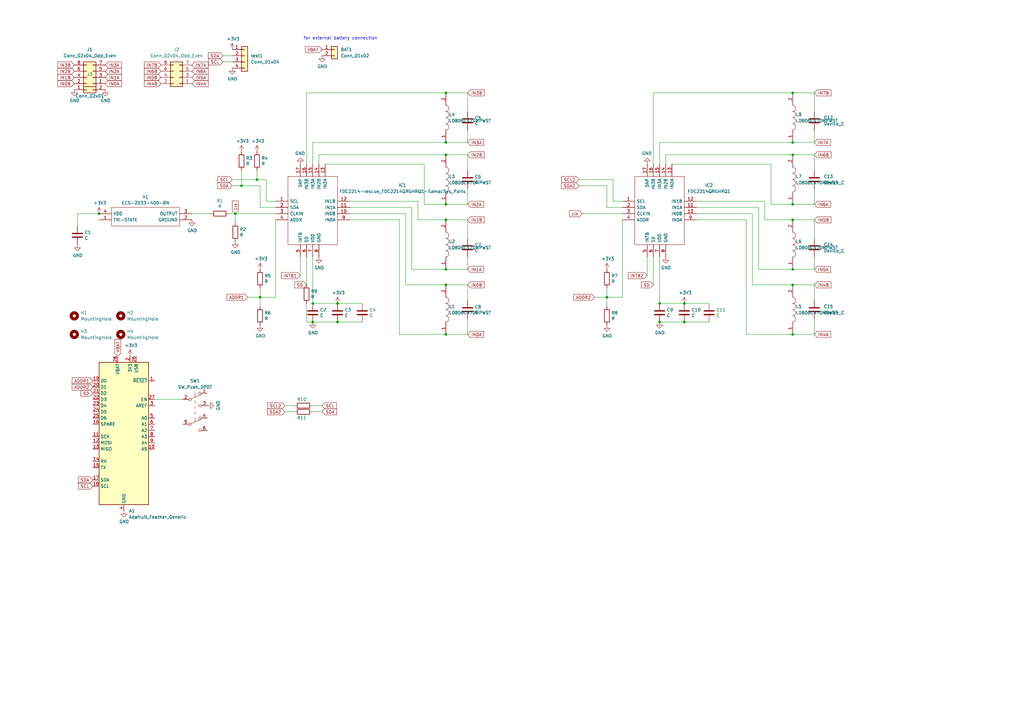
<source format=kicad_sch>
(kicad_sch (version 20211123) (generator eeschema)
  (paper "A3")
  (lib_symbols
    (symbol "Connector_Generic:Conn_01x02" (pin_names (offset 1.016) hide)
      (property "Reference" "J" (at 0 2.54 0))
      (property "Value" "Conn_01x02" (at 0 -5.08 0))
      (symbol "Conn_01x02_1_1"
        (rectangle (start -1.27 -2.413) (end 0 -2.667) (stroke (width 0.1524)))
        (rectangle (start -1.27 0.127) (end 0 -0.127) (stroke (width 0.1524)))
        (rectangle (start -1.27 1.27) (end 1.27 -3.81) (stroke (width 0.254)) (fill (type background)))
        (pin passive line (at -5.08 0 0) (length 3.81) (name "Pin_1") (number "1"))
        (pin passive line (at -5.08 -2.54 0) (length 3.81) (name "Pin_2") (number "2"))
      )
    )
    (symbol "Connector_Generic:Conn_01x04" (pin_names (offset 1.016) hide)
      (property "Reference" "J" (at 0 5.08 0))
      (property "Value" "Conn_01x04" (at 0 -7.62 0))
      (symbol "Conn_01x04_1_1"
        (rectangle (start -1.27 -4.953) (end 0 -5.207) (stroke (width 0.1524)))
        (rectangle (start -1.27 -2.413) (end 0 -2.667) (stroke (width 0.1524)))
        (rectangle (start -1.27 0.127) (end 0 -0.127) (stroke (width 0.1524)))
        (rectangle (start -1.27 2.667) (end 0 2.413) (stroke (width 0.1524)))
        (rectangle (start -1.27 3.81) (end 1.27 -6.35) (stroke (width 0.254)) (fill (type background)))
        (pin passive line (at -5.08 2.54 0) (length 3.81) (name "Pin_1") (number "1"))
        (pin passive line (at -5.08 0 0) (length 3.81) (name "Pin_2") (number "2"))
        (pin passive line (at -5.08 -2.54 0) (length 3.81) (name "Pin_3") (number "3"))
        (pin passive line (at -5.08 -5.08 0) (length 3.81) (name "Pin_4") (number "4"))
      )
    )
    (symbol "Connector_Generic:Conn_02x01" (pin_names (offset 1.016) hide)
      (property "Reference" "J" (at 1.27 2.54 0))
      (property "Value" "Conn_02x01" (at 1.27 -2.54 0))
      (symbol "Conn_02x01_1_1"
        (rectangle (start -1.27 0.127) (end 0 -0.127) (stroke (width 0.1524)))
        (rectangle (start -1.27 1.27) (end 3.81 -1.27) (stroke (width 0.254)) (fill (type background)))
        (rectangle (start 3.81 0.127) (end 2.54 -0.127) (stroke (width 0.1524)))
        (pin passive line (at -5.08 0 0) (length 3.81) (name "Pin_1") (number "1"))
        (pin passive line (at 7.62 0 180) (length 3.81) (name "Pin_2") (number "2"))
      )
    )
    (symbol "Connector_Generic:Conn_02x04_Odd_Even" (pin_names (offset 1.016) hide)
      (property "Reference" "J" (at 1.27 5.08 0))
      (property "Value" "Conn_02x04_Odd_Even" (at 1.27 -7.62 0))
      (symbol "Conn_02x04_Odd_Even_1_1"
        (rectangle (start -1.27 -4.953) (end 0 -5.207) (stroke (width 0.1524)))
        (rectangle (start -1.27 -2.413) (end 0 -2.667) (stroke (width 0.1524)))
        (rectangle (start -1.27 0.127) (end 0 -0.127) (stroke (width 0.1524)))
        (rectangle (start -1.27 2.667) (end 0 2.413) (stroke (width 0.1524)))
        (rectangle (start -1.27 3.81) (end 3.81 -6.35) (stroke (width 0.254)) (fill (type background)))
        (rectangle (start 3.81 -4.953) (end 2.54 -5.207) (stroke (width 0.1524)))
        (rectangle (start 3.81 -2.413) (end 2.54 -2.667) (stroke (width 0.1524)))
        (rectangle (start 3.81 0.127) (end 2.54 -0.127) (stroke (width 0.1524)))
        (rectangle (start 3.81 2.667) (end 2.54 2.413) (stroke (width 0.1524)))
        (pin passive line (at -5.08 2.54 0) (length 3.81) (name "Pin_1") (number "1"))
        (pin passive line (at 7.62 2.54 180) (length 3.81) (name "Pin_2") (number "2"))
        (pin passive line (at -5.08 0 0) (length 3.81) (name "Pin_3") (number "3"))
        (pin passive line (at 7.62 0 180) (length 3.81) (name "Pin_4") (number "4"))
        (pin passive line (at -5.08 -2.54 0) (length 3.81) (name "Pin_5") (number "5"))
        (pin passive line (at 7.62 -2.54 180) (length 3.81) (name "Pin_6") (number "6"))
        (pin passive line (at -5.08 -5.08 0) (length 3.81) (name "Pin_7") (number "7"))
        (pin passive line (at 7.62 -5.08 180) (length 3.81) (name "Pin_8") (number "8"))
      )
    )
    (symbol "Device:C" (pin_numbers hide) (pin_names (offset 0.254))
      (property "Reference" "C" (at 0.635 2.54 0))
      (property "Value" "C" (at 0.635 -2.54 0))
      (symbol "C_0_1"
        (polyline (pts (xy -2.032 -0.762) (xy 2.032 -0.762)) (stroke (width 0.508)))
        (polyline (pts (xy -2.032 0.762) (xy 2.032 0.762)) (stroke (width 0.508)))
      )
      (symbol "C_1_1"
        (pin passive line (at 0 3.81 270) (length 2.794) (name "~") (number "1"))
        (pin passive line (at 0 -3.81 90) (length 2.794) (name "~") (number "2"))
      )
    )
    (symbol "Device:R" (pin_numbers hide) (pin_names (offset 0))
      (property "Reference" "R" (at 2.032 0 90))
      (property "Value" "R" (at 0 0 90))
      (symbol "R_0_1"
        (rectangle (start -1.016 -2.54) (end 1.016 2.54) (stroke (width 0.254)))
      )
      (symbol "R_1_1"
        (pin passive line (at 0 3.81 270) (length 1.27) (name "~") (number "1"))
        (pin passive line (at 0 -3.81 90) (length 1.27) (name "~") (number "2"))
      )
    )
    (symbol "FDC2214:Device_C" (pin_numbers hide) (pin_names (offset 0.254))
      (property "Reference" "C" (at 0.635 2.54 0))
      (property "Value" "Device_C" (at 0.635 -2.54 0))
      (symbol "Device_C_0_1"
        (polyline (pts (xy -2.032 -0.762) (xy 2.032 -0.762)) (stroke (width 0.508)))
        (polyline (pts (xy -2.032 0.762) (xy 2.032 0.762)) (stroke (width 0.508)))
      )
      (symbol "Device_C_1_1"
        (pin passive line (at 0 3.81 270) (length 2.794) (name "~") (number "1"))
        (pin passive line (at 0 -3.81 90) (length 2.794) (name "~") (number "2"))
      )
    )
    (symbol "FDC2214:FDC2214-rescue_ECS-2033-400-BN-SamacSys_Parts" (pin_names (offset 0.762))
      (property "Reference" "Y" (at 34.29 7.62 0))
      (property "Value" "FDC2214-rescue_ECS-2033-400-BN-SamacSys_Parts" (at 34.29 5.08 0))
      (symbol "FDC2214-rescue_ECS-2033-400-BN-SamacSys_Parts_0_0"
        (pin passive line (at 0 -2.54 0) (length 5.08) (name "TRI-STATE") (number "1"))
        (pin passive line (at 38.1 -2.54 180) (length 5.08) (name "GROUND") (number "2"))
        (pin passive line (at 38.1 0 180) (length 5.08) (name "OUTPUT") (number "3"))
        (pin passive line (at 0 0 0) (length 5.08) (name "VDD") (number "4"))
      )
      (symbol "FDC2214-rescue_ECS-2033-400-BN-SamacSys_Parts_0_1"
        (polyline (pts (xy 5.08 2.54) (xy 33.02 2.54) (xy 33.02 -5.08) (xy 5.08 -5.08) (xy 5.08 2.54)) (stroke (width 0.1524)))
      )
    )
    (symbol "FDC2214:FDC2214-rescue_FDC2214QRGHRQ1-SamacSys_Parts" (pin_names (offset 0.762))
      (property "Reference" "IC" (at 26.67 15.24 0))
      (property "Value" "FDC2214-rescue_FDC2214QRGHRQ1-SamacSys_Parts" (at 26.67 12.7 0))
      (symbol "FDC2214-rescue_FDC2214QRGHRQ1-SamacSys_Parts_0_0"
        (pin passive line (at 0 0 0) (length 5.08) (name "SCL") (number "1"))
        (pin passive line (at 30.48 -5.08 180) (length 5.08) (name "IN0B") (number "10"))
        (pin passive line (at 30.48 -2.54 180) (length 5.08) (name "IN1A") (number "11"))
        (pin passive line (at 30.48 0 180) (length 5.08) (name "IN1B") (number "12"))
        (pin passive line (at 20.32 15.24 270) (length 5.08) (name "IN2A") (number "13"))
        (pin passive line (at 17.78 15.24 270) (length 5.08) (name "IN2B") (number "14"))
        (pin passive line (at 15.24 15.24 270) (length 5.08) (name "IN3A") (number "15"))
        (pin passive line (at 12.7 15.24 270) (length 5.08) (name "IN3B") (number "16"))
        (pin passive line (at 10.16 15.24 270) (length 5.08) (name "DAP") (number "17"))
        (pin passive line (at 0 -2.54 0) (length 5.08) (name "SDA") (number "2"))
        (pin passive line (at 0 -5.08 0) (length 5.08) (name "CLKIN") (number "3"))
        (pin passive line (at 0 -7.62 0) (length 5.08) (name "ADDR") (number "4"))
        (pin passive line (at 10.16 -22.86 90) (length 5.08) (name "INTB") (number "5"))
        (pin passive line (at 12.7 -22.86 90) (length 5.08) (name "SD") (number "6"))
        (pin passive line (at 15.24 -22.86 90) (length 5.08) (name "VDD") (number "7"))
        (pin passive line (at 17.78 -22.86 90) (length 5.08) (name "GND") (number "8"))
        (pin passive line (at 30.48 -7.62 180) (length 5.08) (name "IN0A") (number "9"))
      )
      (symbol "FDC2214-rescue_FDC2214QRGHRQ1-SamacSys_Parts_0_1"
        (polyline (pts (xy 5.08 10.16) (xy 25.4 10.16) (xy 25.4 -17.78) (xy 5.08 -17.78) (xy 5.08 10.16)) (stroke (width 0.1524)))
      )
    )
    (symbol "MCU_Module:Adafruit_Feather_Generic"
      (property "Reference" "A" (at -10.16 29.21 0))
      (property "Value" "Adafruit_Feather_Generic" (at 2.54 -31.75 0))
      (symbol "Adafruit_Feather_Generic_0_1"
        (rectangle (start -10.16 27.94) (end 10.16 -30.48) (stroke (width 0.254)) (fill (type background)))
      )
      (symbol "Adafruit_Feather_Generic_1_1"
        (pin input line (at 12.7 20.32 180) (length 2.54) (name "~{RESET}") (number "1"))
        (pin bidirectional line (at 12.7 -7.62 180) (length 2.54) (name "A5") (number "10"))
        (pin bidirectional line (at -12.7 -2.54 0) (length 2.54) (name "SCK") (number "11"))
        (pin bidirectional line (at -12.7 -5.08 0) (length 2.54) (name "MOSI") (number "12"))
        (pin bidirectional line (at -12.7 -7.62 0) (length 2.54) (name "MISO") (number "13"))
        (pin bidirectional line (at -12.7 -12.7 0) (length 2.54) (name "RX") (number "14"))
        (pin bidirectional line (at -12.7 -15.24 0) (length 2.54) (name "TX") (number "15"))
        (pin bidirectional line (at -12.7 2.54 0) (length 2.54) (name "SPARE") (number "16"))
        (pin bidirectional line (at -12.7 -20.32 0) (length 2.54) (name "SDA") (number "17"))
        (pin bidirectional line (at -12.7 -22.86 0) (length 2.54) (name "SCL") (number "18"))
        (pin bidirectional line (at -12.7 20.32 0) (length 2.54) (name "D0") (number "19"))
        (pin power_in line (at 2.54 30.48 270) (length 2.54) (name "3V3") (number "2"))
        (pin bidirectional line (at -12.7 17.78 0) (length 2.54) (name "D1") (number "20"))
        (pin bidirectional line (at -12.7 15.24 0) (length 2.54) (name "D2") (number "21"))
        (pin bidirectional line (at -12.7 12.7 0) (length 2.54) (name "D3") (number "22"))
        (pin bidirectional line (at -12.7 10.16 0) (length 2.54) (name "D4") (number "23"))
        (pin bidirectional line (at -12.7 7.62 0) (length 2.54) (name "D5") (number "24"))
        (pin bidirectional line (at -12.7 5.08 0) (length 2.54) (name "D6") (number "25"))
        (pin power_in line (at 5.08 30.48 270) (length 2.54) (name "USB") (number "26"))
        (pin input line (at 12.7 12.7 180) (length 2.54) (name "EN") (number "27"))
        (pin power_in line (at -2.54 30.48 270) (length 2.54) (name "VBAT") (number "28"))
        (pin input line (at 12.7 10.16 180) (length 2.54) (name "AREF") (number "3"))
        (pin power_in line (at 0 -33.02 90) (length 2.54) (name "GND") (number "4"))
        (pin bidirectional line (at 12.7 5.08 180) (length 2.54) (name "A0") (number "5"))
        (pin bidirectional line (at 12.7 2.54 180) (length 2.54) (name "A1") (number "6"))
        (pin bidirectional line (at 12.7 0 180) (length 2.54) (name "A2") (number "7"))
        (pin bidirectional line (at 12.7 -2.54 180) (length 2.54) (name "A3") (number "8"))
        (pin bidirectional line (at 12.7 -5.08 180) (length 2.54) (name "A4") (number "9"))
      )
    )
    (symbol "Mechanical:MountingHole" (pin_names (offset 1.016))
      (property "Reference" "H" (at 0 5.08 0))
      (property "Value" "MountingHole" (at 0 3.175 0))
      (symbol "MountingHole_0_1"
        (circle (center 0 0) (radius 1.27) (stroke (width 1.27)))
      )
    )
    (symbol "SamacSys:L0806C470MPWST" (pin_names (offset 0.762))
      (property "Reference" "L" (at 16.51 6.35 0))
      (property "Value" "L0806C470MPWST" (at 16.51 3.81 0))
      (symbol "L0806C470MPWST_0_0"
        (pin passive line (at 0 0 0) (length 5.08) (name "~") (number "1"))
        (pin passive line (at 20.32 0 180) (length 5.08) (name "~") (number "2"))
      )
      (symbol "L0806C470MPWST_0_1"
        (arc (start 5.08 0) (mid 6.35 -1.3218) (end 7.62 0) (stroke (width 0.1524)))
        (arc (start 7.62 0) (mid 8.89 -1.3218) (end 10.16 0) (stroke (width 0.1524)))
        (arc (start 10.16 0) (mid 11.43 -1.3218) (end 12.7 0) (stroke (width 0.1524)))
        (arc (start 12.7 0) (mid 13.97 -1.3218) (end 15.24 0) (stroke (width 0.1524)))
      )
    )
    (symbol "Switch:SW_Push_DPDT" (pin_names (offset 0) hide)
      (property "Reference" "SW" (at 0 8.89 0))
      (property "Value" "SW_Push_DPDT" (at 0 -10.16 0))
      (symbol "SW_Push_DPDT_0_0"
        (circle (center -2.032 -5.08) (radius 0.508))
        (circle (center -2.032 5.08) (radius 0.508))
        (circle (center 2.032 -7.62) (radius 0.508))
        (circle (center 2.032 2.54) (radius 0.508))
      )
      (symbol "SW_Push_DPDT_0_1"
        (polyline (pts (xy -1.524 -4.826) (xy 2.54 -3.048)))
        (polyline (pts (xy -1.524 5.334) (xy 2.54 7.112)))
        (polyline (pts (xy 0 -2.286) (xy 0 -4.064)))
        (polyline (pts (xy 0 -1.016) (xy 0 0)))
        (polyline (pts (xy 0 1.27) (xy 0 2.286)))
        (polyline (pts (xy 0 3.556) (xy 0 4.572)))
        (polyline (pts (xy 0 7.874) (xy 0 6.096)))
        (circle (center 2.032 -2.54) (radius 0.508))
        (circle (center 2.032 7.62) (radius 0.508))
      )
      (symbol "SW_Push_DPDT_1_1"
        (pin passive line (at 5.08 7.62 180) (length 2.54) (name "A") (number "1"))
        (pin passive line (at -5.08 5.08 0) (length 2.54) (name "B") (number "2"))
        (pin passive line (at 5.08 2.54 180) (length 2.54) (name "C") (number "3"))
        (pin passive line (at 5.08 -2.54 180) (length 2.54) (name "A") (number "4"))
        (pin passive line (at -5.08 -5.08 0) (length 2.54) (name "B") (number "5"))
        (pin passive line (at 5.08 -7.62 180) (length 2.54) (name "C") (number "6"))
      )
    )
    (symbol "power:+3.3V" (power) (pin_names (offset 0))
      (property "Value" "+3.3V" (at 0 3.556 0))
      (symbol "+3.3V_0_1"
        (polyline (pts (xy -0.762 1.27) (xy 0 2.54)))
        (polyline (pts (xy 0 0) (xy 0 2.54)))
        (polyline (pts (xy 0 2.54) (xy 0.762 1.27)))
      )
      (symbol "+3.3V_1_1"
        (pin power_in line (at 0 0 90) (length 0) hide (name "+3V3") (number "1"))
      )
    )
    (symbol "power:GND" (power) (pin_names (offset 0))
      (property "Value" "GND" (at 0 -3.81 0))
      (symbol "GND_0_1"
        (polyline (pts (xy 0 0) (xy 0 -1.27) (xy 1.27 -1.27) (xy 0 -2.54) (xy -1.27 -1.27) (xy 0 -1.27)))
      )
      (symbol "GND_1_1"
        (pin power_in line (at 0 0 270) (length 0) hide (name "GND") (number "1"))
      )
    )
  )
  (junction (at 106.68 121.92))
  (junction (at 270.51 132.08))
  (junction (at 99.06 76.2))
  (junction (at 325.12 90.17))
  (junction (at 182.88 63.5))
  (junction (at 182.88 110.49))
  (junction (at 128.27 124.46))
  (junction (at 325.12 63.5))
  (junction (at 138.43 124.46))
  (junction (at 325.12 137.16))
  (junction (at 325.12 116.84))
  (junction (at 280.67 124.46))
  (junction (at 182.88 116.84))
  (junction (at 128.27 132.08))
  (junction (at 40.64 87.63))
  (junction (at 105.41 73.66))
  (junction (at 182.88 38.1))
  (junction (at 138.43 132.08))
  (junction (at 182.88 90.17))
  (junction (at 270.51 124.46))
  (junction (at 182.88 58.42))
  (junction (at 325.12 83.82))
  (junction (at 96.52 87.63))
  (junction (at 280.67 132.08))
  (junction (at 325.12 38.1))
  (junction (at 182.88 137.16))
  (junction (at 325.12 58.42))
  (junction (at 325.12 110.49))
  (junction (at 248.92 121.92))
  (junction (at 182.88 83.82))
  (wire (pts (xy 334.01 110.49) (xy 334.01 105.41)))
  (wire (pts (xy 255.27 90.17) (xy 255.27 121.92)))
  (wire (pts (xy 125.73 105.41) (xy 125.73 116.84)))
  (wire (pts (xy 275.59 67.31) (xy 316.23 67.31)))
  (wire (pts (xy 182.88 116.84) (xy 191.77 116.84)))
  (wire (pts (xy 334.01 83.82) (xy 334.01 77.47)))
  (wire (pts (xy 325.12 58.42) (xy 334.01 58.42)))
  (wire (pts (xy 316.23 83.82) (xy 325.12 83.82)))
  (wire (pts (xy 166.37 87.63) (xy 166.37 116.84)))
  (wire (pts (xy 113.03 90.17) (xy 113.03 121.92)))
  (wire (pts (xy 191.77 63.5) (xy 191.77 69.85)))
  (wire (pts (xy 273.05 67.31) (xy 273.05 63.5)))
  (wire (pts (xy 248.92 118.11) (xy 248.92 121.92)))
  (wire (pts (xy 270.51 58.42) (xy 325.12 58.42)))
  (wire (pts (xy 285.75 85.09) (xy 311.15 85.09)))
  (wire (pts (xy 109.22 73.66) (xy 105.41 73.66)))
  (wire (pts (xy 171.45 90.17) (xy 182.88 90.17)))
  (wire (pts (xy 123.19 105.41) (xy 123.19 113.03)))
  (wire (pts (xy 325.12 63.5) (xy 334.01 63.5)))
  (wire (pts (xy 334.01 137.16) (xy 334.01 130.81)))
  (wire (pts (xy 163.83 137.16) (xy 182.88 137.16)))
  (wire (pts (xy 306.07 137.16) (xy 325.12 137.16)))
  (wire (pts (xy 255.27 121.92) (xy 248.92 121.92)))
  (wire (pts (xy 285.75 90.17) (xy 306.07 90.17)))
  (wire (pts (xy 182.88 90.17) (xy 191.77 90.17)))
  (wire (pts (xy 106.68 125.73) (xy 106.68 121.92)))
  (wire (pts (xy 308.61 87.63) (xy 308.61 116.84)))
  (wire (pts (xy 143.51 87.63) (xy 166.37 87.63)))
  (wire (pts (xy 105.41 69.85) (xy 105.41 73.66)))
  (wire (pts (xy 128.27 58.42) (xy 182.88 58.42)))
  (wire (pts (xy 171.45 82.55) (xy 171.45 90.17)))
  (wire (pts (xy 191.77 58.42) (xy 191.77 53.34)))
  (wire (pts (xy 182.88 110.49) (xy 191.77 110.49)))
  (wire (pts (xy 267.97 38.1) (xy 325.12 38.1)))
  (wire (pts (xy 173.99 67.31) (xy 173.99 83.82)))
  (wire (pts (xy 113.03 85.09) (xy 106.68 85.09)))
  (wire (pts (xy 182.88 58.42) (xy 191.77 58.42)))
  (wire (pts (xy 133.35 67.31) (xy 173.99 67.31)))
  (wire (pts (xy 113.03 82.55) (xy 109.22 82.55)))
  (wire (pts (xy 334.01 58.42) (xy 334.01 53.34)))
  (wire (pts (xy 31.75 92.71) (xy 31.75 87.63)))
  (wire (pts (xy 191.77 116.84) (xy 191.77 123.19)))
  (wire (pts (xy 280.67 132.08) (xy 290.83 132.08)))
  (wire (pts (xy 99.06 76.2) (xy 95.25 76.2)))
  (wire (pts (xy 290.83 124.46) (xy 280.67 124.46)))
  (wire (pts (xy 334.01 116.84) (xy 334.01 123.19)))
  (wire (pts (xy 251.46 82.55) (xy 251.46 73.66)))
  (wire (pts (xy 313.69 82.55) (xy 313.69 90.17)))
  (wire (pts (xy 105.41 73.66) (xy 95.25 73.66)))
  (wire (pts (xy 238.76 87.63) (xy 255.27 87.63)))
  (wire (pts (xy 248.92 85.09) (xy 248.92 76.2)))
  (wire (pts (xy 86.36 87.63) (xy 78.74 87.63)))
  (wire (pts (xy 267.97 67.31) (xy 267.97 38.1)))
  (wire (pts (xy 168.91 110.49) (xy 182.88 110.49)))
  (wire (pts (xy 255.27 82.55) (xy 251.46 82.55)))
  (wire (pts (xy 168.91 85.09) (xy 168.91 110.49)))
  (wire (pts (xy 128.27 67.31) (xy 128.27 58.42)))
  (wire (pts (xy 96.52 91.44) (xy 96.52 87.63)))
  (wire (pts (xy 311.15 110.49) (xy 325.12 110.49)))
  (wire (pts (xy 93.98 87.63) (xy 96.52 87.63)))
  (wire (pts (xy 113.03 121.92) (xy 106.68 121.92)))
  (wire (pts (xy 96.52 87.63) (xy 113.03 87.63)))
  (wire (pts (xy 306.07 90.17) (xy 306.07 137.16)))
  (wire (pts (xy 273.05 63.5) (xy 325.12 63.5)))
  (wire (pts (xy 182.88 63.5) (xy 191.77 63.5)))
  (wire (pts (xy 270.51 67.31) (xy 270.51 58.42)))
  (wire (pts (xy 325.12 83.82) (xy 334.01 83.82)))
  (wire (pts (xy 99.06 69.85) (xy 99.06 76.2)))
  (wire (pts (xy 130.81 67.31) (xy 130.81 63.5)))
  (wire (pts (xy 130.81 63.5) (xy 182.88 63.5)))
  (wire (pts (xy 173.99 83.82) (xy 182.88 83.82)))
  (wire (pts (xy 191.77 38.1) (xy 191.77 45.72)))
  (wire (pts (xy 166.37 116.84) (xy 182.88 116.84)))
  (wire (pts (xy 143.51 82.55) (xy 171.45 82.55)))
  (wire (pts (xy 270.51 105.41) (xy 270.51 124.46)))
  (wire (pts (xy 128.27 105.41) (xy 128.27 124.46)))
  (wire (pts (xy 143.51 90.17) (xy 163.83 90.17)))
  (wire (pts (xy 325.12 90.17) (xy 334.01 90.17)))
  (wire (pts (xy 125.73 124.46) (xy 125.73 132.08)))
  (wire (pts (xy 106.68 76.2) (xy 99.06 76.2)))
  (wire (pts (xy 191.77 83.82) (xy 191.77 77.47)))
  (wire (pts (xy 143.51 85.09) (xy 168.91 85.09)))
  (wire (pts (xy 334.01 97.79) (xy 334.01 90.17)))
  (wire (pts (xy 125.73 67.31) (xy 125.73 38.1)))
  (wire (pts (xy 308.61 116.84) (xy 325.12 116.84)))
  (wire (pts (xy 63.5 163.83) (xy 74.93 163.83)))
  (wire (pts (xy 191.77 110.49) (xy 191.77 105.41)))
  (wire (pts (xy 106.68 121.92) (xy 101.6 121.92)))
  (wire (pts (xy 325.12 110.49) (xy 334.01 110.49)))
  (wire (pts (xy 265.43 105.41) (xy 265.43 113.03)))
  (wire (pts (xy 191.77 137.16) (xy 191.77 130.81)))
  (wire (pts (xy 255.27 85.09) (xy 248.92 85.09)))
  (wire (pts (xy 285.75 82.55) (xy 313.69 82.55)))
  (wire (pts (xy 125.73 38.1) (xy 182.88 38.1)))
  (wire (pts (xy 95.25 25.4) (xy 91.44 25.4)))
  (wire (pts (xy 248.92 125.73) (xy 248.92 121.92)))
  (wire (pts (xy 325.12 38.1) (xy 334.01 38.1)))
  (wire (pts (xy 106.68 85.09) (xy 106.68 76.2)))
  (wire (pts (xy 182.88 83.82) (xy 191.77 83.82)))
  (wire (pts (xy 109.22 82.55) (xy 109.22 73.66)))
  (wire (pts (xy 334.01 38.1) (xy 334.01 45.72)))
  (wire (pts (xy 125.73 132.08) (xy 128.27 132.08)))
  (wire (pts (xy 248.92 121.92) (xy 243.84 121.92)))
  (wire (pts (xy 138.43 132.08) (xy 148.59 132.08)))
  (wire (pts (xy 313.69 90.17) (xy 325.12 90.17)))
  (wire (pts (xy 148.59 124.46) (xy 138.43 124.46)))
  (wire (pts (xy 270.51 132.08) (xy 280.67 132.08)))
  (wire (pts (xy 116.84 168.91) (xy 120.65 168.91)))
  (wire (pts (xy 311.15 85.09) (xy 311.15 110.49)))
  (wire (pts (xy 138.43 124.46) (xy 128.27 124.46)))
  (wire (pts (xy 182.88 38.1) (xy 191.77 38.1)))
  (wire (pts (xy 182.88 137.16) (xy 191.77 137.16)))
  (wire (pts (xy 325.12 116.84) (xy 334.01 116.84)))
  (wire (pts (xy 128.27 168.91) (xy 132.08 168.91)))
  (wire (pts (xy 128.27 132.08) (xy 138.43 132.08)))
  (wire (pts (xy 106.68 118.11) (xy 106.68 121.92)))
  (wire (pts (xy 237.49 73.66) (xy 251.46 73.66)))
  (wire (pts (xy 95.25 22.86) (xy 91.44 22.86)))
  (wire (pts (xy 325.12 137.16) (xy 334.01 137.16)))
  (wire (pts (xy 116.84 166.37) (xy 120.65 166.37)))
  (wire (pts (xy 267.97 105.41) (xy 267.97 116.84)))
  (wire (pts (xy 163.83 90.17) (xy 163.83 137.16)))
  (wire (pts (xy 280.67 124.46) (xy 270.51 124.46)))
  (wire (pts (xy 31.75 87.63) (xy 40.64 87.63)))
  (wire (pts (xy 128.27 166.37) (xy 132.08 166.37)))
  (wire (pts (xy 191.77 97.79) (xy 191.77 90.17)))
  (wire (pts (xy 285.75 87.63) (xy 308.61 87.63)))
  (wire (pts (xy 316.23 67.31) (xy 316.23 83.82)))
  (wire (pts (xy 237.49 76.2) (xy 248.92 76.2)))
  (wire (pts (xy 334.01 63.5) (xy 334.01 69.85)))
  (text "for external battery connection" (at 124.46 16.51 0) (effects (font (size 1.27 1.27)) (justify left bottom)))
  (global_label "SDA" (shape input) (at 132.08 168.91 0) (property "Intersheet References" "${INTERSHEET_REFS}" (effects hide)))
  (global_label "clk" (shape input) (at 238.76 87.63 180) (property "Intersheet References" "${INTERSHEET_REFS}" (effects hide)))
  (global_label "IN1B" (shape input) (at 191.77 90.17 0) (property "Intersheet References" "${INTERSHEET_REFS}" (effects hide)))
  (global_label "INTB1" (shape input) (at 123.19 113.03 180) (property "Intersheet References" "${INTERSHEET_REFS}" (effects hide)))
  (global_label "SD" (shape input) (at 267.97 116.84 180) (property "Intersheet References" "${INTERSHEET_REFS}" (effects hide)))
  (global_label "IN6A" (shape input) (at 78.74 29.21 0) (property "Intersheet References" "${INTERSHEET_REFS}" (effects hide)))
  (global_label "SDA2" (shape input) (at 116.84 168.91 180) (property "Intersheet References" "${INTERSHEET_REFS}" (effects hide)))
  (global_label "IN2B" (shape input) (at 191.77 63.5 0) (property "Intersheet References" "${INTERSHEET_REFS}" (effects hide)))
  (global_label "IN3B" (shape input) (at 191.77 38.1 0) (property "Intersheet References" "${INTERSHEET_REFS}" (effects hide)))
  (global_label "IN3B" (shape input) (at 30.48 26.67 180) (property "Intersheet References" "${INTERSHEET_REFS}" (effects hide)))
  (global_label "IN5A" (shape input) (at 78.74 31.75 0) (property "Intersheet References" "${INTERSHEET_REFS}" (effects hide)))
  (global_label "IN4B" (shape input) (at 66.04 34.29 180) (property "Intersheet References" "${INTERSHEET_REFS}" (effects hide)))
  (global_label "IN7B" (shape input) (at 334.01 38.1 0) (property "Intersheet References" "${INTERSHEET_REFS}" (effects hide)))
  (global_label "IN4B" (shape input) (at 334.01 116.84 0) (property "Intersheet References" "${INTERSHEET_REFS}" (effects hide)))
  (global_label "ADDR1" (shape input) (at 38.1 156.21 180) (property "Intersheet References" "${INTERSHEET_REFS}" (effects hide)))
  (global_label "IN7B" (shape input) (at 66.04 26.67 180) (property "Intersheet References" "${INTERSHEET_REFS}" (effects hide)))
  (global_label "SDA" (shape input) (at 91.44 22.86 180) (property "Intersheet References" "${INTERSHEET_REFS}" (effects hide)))
  (global_label "IN0A" (shape input) (at 43.18 34.29 0) (property "Intersheet References" "${INTERSHEET_REFS}" (effects hide)))
  (global_label "IN3A" (shape input) (at 43.18 26.67 0) (property "Intersheet References" "${INTERSHEET_REFS}" (effects hide)))
  (global_label "IN2A" (shape input) (at 43.18 29.21 0) (property "Intersheet References" "${INTERSHEET_REFS}" (effects hide)))
  (global_label "SCL" (shape input) (at 95.25 73.66 180) (property "Intersheet References" "${INTERSHEET_REFS}" (effects hide)))
  (global_label "SCL2" (shape input) (at 237.49 73.66 180) (property "Intersheet References" "${INTERSHEET_REFS}" (effects hide)))
  (global_label "ADDR2" (shape input) (at 38.1 158.75 180) (property "Intersheet References" "${INTERSHEET_REFS}" (effects hide)))
  (global_label "IN3A" (shape input) (at 191.77 58.42 0) (property "Intersheet References" "${INTERSHEET_REFS}" (effects hide)))
  (global_label "clk" (shape input) (at 96.52 87.63 90) (property "Intersheet References" "${INTERSHEET_REFS}" (effects hide)))
  (global_label "SD" (shape input) (at 125.73 116.84 180) (property "Intersheet References" "${INTERSHEET_REFS}" (effects hide)))
  (global_label "ADDR1" (shape input) (at 101.6 121.92 180) (property "Intersheet References" "${INTERSHEET_REFS}" (effects hide)))
  (global_label "IN5A" (shape input) (at 334.01 110.49 0) (property "Intersheet References" "${INTERSHEET_REFS}" (effects hide)))
  (global_label "IN4A" (shape input) (at 334.01 137.16 0) (property "Intersheet References" "${INTERSHEET_REFS}" (effects hide)))
  (global_label "IN0A" (shape input) (at 191.77 137.16 0) (property "Intersheet References" "${INTERSHEET_REFS}" (effects hide)))
  (global_label "SDA" (shape input) (at 38.1 196.85 180) (property "Intersheet References" "${INTERSHEET_REFS}" (effects hide)))
  (global_label "SDA" (shape input) (at 95.25 76.2 180) (property "Intersheet References" "${INTERSHEET_REFS}" (effects hide)))
  (global_label "SCL" (shape input) (at 91.44 25.4 180) (property "Intersheet References" "${INTERSHEET_REFS}" (effects hide)))
  (global_label "IN1A" (shape input) (at 43.18 31.75 0) (property "Intersheet References" "${INTERSHEET_REFS}" (effects hide)))
  (global_label "SDA2" (shape input) (at 237.49 76.2 180) (property "Intersheet References" "${INTERSHEET_REFS}" (effects hide)))
  (global_label "SD" (shape input) (at 38.1 161.29 180) (property "Intersheet References" "${INTERSHEET_REFS}" (effects hide)))
  (global_label "IN6B" (shape input) (at 66.04 29.21 180) (property "Intersheet References" "${INTERSHEET_REFS}" (effects hide)))
  (global_label "IN7A" (shape input) (at 78.74 26.67 0) (property "Intersheet References" "${INTERSHEET_REFS}" (effects hide)))
  (global_label "IN1A" (shape input) (at 191.77 110.49 0) (property "Intersheet References" "${INTERSHEET_REFS}" (effects hide)))
  (global_label "SCL2" (shape input) (at 116.84 166.37 180) (property "Intersheet References" "${INTERSHEET_REFS}" (effects hide)))
  (global_label "VBAT" (shape input) (at 48.26 146.05 90) (property "Intersheet References" "${INTERSHEET_REFS}" (effects hide)))
  (global_label "SCL" (shape input) (at 38.1 199.39 180) (property "Intersheet References" "${INTERSHEET_REFS}" (effects hide)))
  (global_label "IN5B" (shape input) (at 334.01 90.17 0) (property "Intersheet References" "${INTERSHEET_REFS}" (effects hide)))
  (global_label "IN6A" (shape input) (at 334.01 83.82 0) (property "Intersheet References" "${INTERSHEET_REFS}" (effects hide)))
  (global_label "IN7A" (shape input) (at 334.01 58.42 0) (property "Intersheet References" "${INTERSHEET_REFS}" (effects hide)))
  (global_label "IN2B" (shape input) (at 30.48 29.21 180) (property "Intersheet References" "${INTERSHEET_REFS}" (effects hide)))
  (global_label "IN0B" (shape input) (at 30.48 34.29 180) (property "Intersheet References" "${INTERSHEET_REFS}" (effects hide)))
  (global_label "IN4A" (shape input) (at 78.74 34.29 0) (property "Intersheet References" "${INTERSHEET_REFS}" (effects hide)))
  (global_label "IN2A" (shape input) (at 191.77 83.82 0) (property "Intersheet References" "${INTERSHEET_REFS}" (effects hide)))
  (global_label "IN0B" (shape input) (at 191.77 116.84 0) (property "Intersheet References" "${INTERSHEET_REFS}" (effects hide)))
  (global_label "IN6B" (shape input) (at 334.01 63.5 0) (property "Intersheet References" "${INTERSHEET_REFS}" (effects hide)))
  (global_label "IN1B" (shape input) (at 30.48 31.75 180) (property "Intersheet References" "${INTERSHEET_REFS}" (effects hide)))
  (global_label "VBAT" (shape input) (at 132.08 20.32 180) (property "Intersheet References" "${INTERSHEET_REFS}" (effects hide)))
  (global_label "SCL" (shape input) (at 132.08 166.37 0) (property "Intersheet References" "${INTERSHEET_REFS}" (effects hide)))
  (global_label "ADDR2" (shape input) (at 243.84 121.92 180) (property "Intersheet References" "${INTERSHEET_REFS}" (effects hide)))
  (global_label "INTB2" (shape input) (at 265.43 113.03 180) (property "Intersheet References" "${INTERSHEET_REFS}" (effects hide)))
  (global_label "IN5B" (shape input) (at 66.04 31.75 180) (property "Intersheet References" "${INTERSHEET_REFS}" (effects hide)))
  (symbol (lib_id "FDC2214:FDC2214-rescue_ECS-2033-400-BN-SamacSys_Parts") (at 40.64 87.63 0) (unit 1)
    (property "Reference" "Y1" (at 59.69 80.899 0))
    (property "Value" "ECS-2033-400-BN" (at 59.69 83.2104 0))
    (property "Footprint" "ECS2033400BN" (effects hide))
    (property "Datasheet" "http://www.ecsxtal.com/store/pdf/ecs-2025-2033.pdf" (effects hide))
    (property "Description" "OSC XO 40.000MHZ HCMOS SMD" (effects hide))
    (property "Height" "1" (effects hide))
    (property "Mouser Part Number" "520-2033-400-BN" (effects hide))
    (property "Mouser Price/Stock" "https://www.mouser.co.uk/ProductDetail/ECS/ECS-2033-400-BN?qs=94V4QatVK%252BeDb45AbA6EJA%3D%3D" (effects hide))
    (property "Manufacturer_Name" "ECS" (effects hide))
    (property "Manufacturer_Part_Number" "ECS-2033-400-BN" (effects hide))
  )
  (symbol (lib_id "Device:C") (at 31.75 96.52 0) (unit 1)
    (property "Reference" "C1" (at 34.671 95.3516 0) (effects (justify left)))
    (property "Value" "C" (at 34.671 97.663 0) (effects (justify left)))
    (property "Footprint" "Capacitor_SMD:C_0603_1608Metric" (effects hide))
  )
  (symbol (lib_id "power:+3.3V") (at 40.64 87.63 0) (unit 1)
    (property "Reference" "#PWR0106" (effects hide))
    (property "Value" "+3.3V" (at 41.021 83.2358 0))
  )
  (symbol (lib_id "power:GND") (at 78.74 90.17 0) (unit 1)
    (property "Reference" "#PWR0116" (effects hide))
    (property "Value" "GND" (at 78.867 94.5642 0))
  )
  (symbol (lib_id "power:GND") (at 31.75 100.33 0) (unit 1)
    (property "Reference" "#PWR0115" (effects hide))
    (property "Value" "GND" (at 31.877 104.7242 0))
  )
  (symbol (lib_id "Device:R") (at 96.52 95.25 0) (unit 1)
    (property "Reference" "R2" (at 98.298 94.0816 0) (effects (justify left)))
    (property "Value" "R" (at 98.298 96.393 0) (effects (justify left)))
    (property "Footprint" "Resistor_SMD:R_0603_1608Metric_Pad0.98x0.95mm_HandSolder" (effects hide))
  )
  (symbol (lib_id "Device:R") (at 90.17 87.63 90) (unit 1)
    (property "Reference" "R1" (at 90.17 82.3722 90))
    (property "Value" "R" (at 90.17 84.6836 90))
    (property "Footprint" "Resistor_SMD:R_0603_1608Metric_Pad0.98x0.95mm_HandSolder" (effects hide))
  )
  (symbol (lib_id "power:GND") (at 96.52 99.06 0) (unit 1)
    (property "Reference" "#PWR0114" (effects hide))
    (property "Value" "GND" (at 96.647 103.4542 0))
  )
  (symbol (lib_id "Device:R") (at 106.68 114.3 0) (unit 1)
    (property "Reference" "R5" (at 108.458 113.1316 0) (effects (justify left)))
    (property "Value" "R" (at 108.458 115.443 0) (effects (justify left)))
    (property "Footprint" "Resistor_SMD:R_0603_1608Metric_Pad0.98x0.95mm_HandSolder" (effects hide))
  )
  (symbol (lib_id "Device:R") (at 106.68 129.54 0) (unit 1)
    (property "Reference" "R6" (at 108.458 128.3716 0) (effects (justify left)))
    (property "Value" "R" (at 108.458 130.683 0) (effects (justify left)))
    (property "Footprint" "Resistor_SMD:R_0603_1608Metric_Pad0.98x0.95mm_HandSolder" (effects hide))
  )
  (symbol (lib_id "power:GND") (at 106.68 133.35 0) (unit 1)
    (property "Reference" "#PWR0110" (effects hide))
    (property "Value" "GND" (at 106.807 137.7442 0))
  )
  (symbol (lib_id "power:+3.3V") (at 106.68 110.49 0) (unit 1)
    (property "Reference" "#PWR0111" (effects hide))
    (property "Value" "+3.3V" (at 107.061 106.0958 0))
  )
  (symbol (lib_id "Device:R") (at 99.06 66.04 0) (unit 1)
    (property "Reference" "R3" (at 100.838 64.8716 0) (effects (justify left)))
    (property "Value" "R" (at 100.838 67.183 0) (effects (justify left)))
    (property "Footprint" "Resistor_SMD:R_0603_1608Metric_Pad0.98x0.95mm_HandSolder" (effects hide))
  )
  (symbol (lib_id "Device:R") (at 105.41 66.04 0) (unit 1)
    (property "Reference" "R4" (at 107.188 64.8716 0) (effects (justify left)))
    (property "Value" "R" (at 107.188 67.183 0) (effects (justify left)))
    (property "Footprint" "Resistor_SMD:R_0603_1608Metric_Pad0.98x0.95mm_HandSolder" (effects hide))
  )
  (symbol (lib_id "power:+3.3V") (at 99.06 62.23 0) (unit 1)
    (property "Reference" "#PWR0108" (effects hide))
    (property "Value" "+3.3V" (at 99.441 57.8358 0))
  )
  (symbol (lib_id "power:+3.3V") (at 105.41 62.23 0) (unit 1)
    (property "Reference" "#PWR0107" (effects hide))
    (property "Value" "+3.3V" (at 105.791 57.8358 0))
  )
  (symbol (lib_id "power:GND") (at 130.81 105.41 0) (unit 1)
    (property "Reference" "#PWR0117" (effects hide))
    (property "Value" "GND" (at 130.937 109.8042 0))
  )
  (symbol (lib_id "Device:C") (at 128.27 128.27 0) (unit 1)
    (property "Reference" "C2" (at 131.191 127.1016 0) (effects (justify left)))
    (property "Value" "C" (at 131.191 129.413 0) (effects (justify left)))
    (property "Footprint" "Capacitor_SMD:C_0603_1608Metric" (effects hide))
  )
  (symbol (lib_id "Device:C") (at 138.43 128.27 0) (unit 1)
    (property "Reference" "C3" (at 141.351 127.1016 0) (effects (justify left)))
    (property "Value" "C" (at 141.351 129.413 0) (effects (justify left)))
    (property "Footprint" "Capacitor_SMD:C_0603_1608Metric" (effects hide))
  )
  (symbol (lib_id "Device:C") (at 148.59 128.27 0) (unit 1)
    (property "Reference" "C4" (at 151.511 127.1016 0) (effects (justify left)))
    (property "Value" "C" (at 151.511 129.413 0) (effects (justify left)))
    (property "Footprint" "Capacitor_SMD:C_0603_1608Metric" (effects hide))
  )
  (symbol (lib_id "power:GND") (at 128.27 132.08 0) (unit 1)
    (property "Reference" "#PWR0118" (effects hide))
    (property "Value" "GND" (at 128.397 136.4742 0))
  )
  (symbol (lib_id "power:GND") (at 123.19 67.31 180) (unit 1)
    (property "Reference" "#PWR0101" (effects hide))
    (property "Value" "GND" (at 123.063 62.9158 0))
  )
  (symbol (lib_id "Device:C") (at 191.77 49.53 0) (unit 1)
    (property "Reference" "C5" (at 194.691 48.3616 0) (effects (justify left)))
    (property "Value" "C" (at 194.691 50.673 0) (effects (justify left)))
    (property "Footprint" "Capacitor_SMD:C_0603_1608Metric" (effects hide))
  )
  (symbol (lib_id "Device:C") (at 191.77 73.66 0) (unit 1)
    (property "Reference" "C6" (at 194.691 72.4916 0) (effects (justify left)))
    (property "Value" "C" (at 194.691 74.803 0) (effects (justify left)))
    (property "Footprint" "Capacitor_SMD:C_0603_1608Metric" (effects hide))
  )
  (symbol (lib_id "Device:C") (at 191.77 101.6 0) (unit 1)
    (property "Reference" "C7" (at 194.691 100.4316 0) (effects (justify left)))
    (property "Value" "C" (at 194.691 102.743 0) (effects (justify left)))
    (property "Footprint" "Capacitor_SMD:C_0603_1608Metric" (effects hide))
  )
  (symbol (lib_id "Device:C") (at 191.77 127 0) (unit 1)
    (property "Reference" "C8" (at 194.691 125.8316 0) (effects (justify left)))
    (property "Value" "C" (at 194.691 128.143 0) (effects (justify left)))
    (property "Footprint" "Capacitor_SMD:C_0603_1608Metric" (effects hide))
  )
  (symbol (lib_id "power:GND") (at 50.8 209.55 0) (unit 1)
    (property "Reference" "#PWR0113" (effects hide))
    (property "Value" "GND" (at 50.927 213.9442 0))
  )
  (symbol (lib_id "power:+3.3V") (at 53.34 146.05 0) (unit 1)
    (property "Reference" "#PWR0112" (effects hide))
    (property "Value" "+3.3V" (at 53.721 141.6558 0))
  )
  (symbol (lib_id "power:GND") (at 95.25 27.94 0) (unit 1)
    (property "Reference" "#PWR0120" (effects hide))
    (property "Value" "GND" (at 95.377 32.3342 0))
  )
  (symbol (lib_id "Mechanical:MountingHole") (at 30.48 137.16 0) (unit 1)
    (property "Reference" "H3" (at 33.02 135.8899 0) (effects (justify left)))
    (property "Value" "MountingHole" (at 33.02 138.4299 0) (effects (justify left)))
    (property "Footprint" "MountingHole:MountingHole_2.7mm_M2.5" (effects hide))
  )
  (symbol (lib_id "Device:R") (at 124.46 168.91 90) (unit 1)
    (property "Reference" "R11" (at 125.73 171.45 90) (effects (justify left)))
    (property "Value" "R" (effects hide))
    (property "Footprint" "Resistor_SMD:R_0603_1608Metric_Pad0.98x0.95mm_HandSolder" (effects hide))
  )
  (symbol (lib_id "power:GND") (at 273.05 105.41 0) (unit 1)
    (property "Reference" "#PWR0102" (effects hide))
    (property "Value" "GND" (at 273.177 109.8042 0))
  )
  (symbol (lib_id "power:+3.3V") (at 95.25 20.32 0) (unit 1)
    (property "Reference" "#PWR0121" (effects hide))
    (property "Value" "+3.3V" (at 95.631 15.9258 0))
  )
  (symbol (lib_id "Device:R") (at 248.92 129.54 0) (unit 1)
    (property "Reference" "R8" (at 250.698 128.3716 0) (effects (justify left)))
    (property "Value" "R" (at 250.698 130.683 0) (effects (justify left)))
    (property "Footprint" "Resistor_SMD:R_0603_1608Metric_Pad0.98x0.95mm_HandSolder" (effects hide))
  )
  (symbol (lib_id "Connector_Generic:Conn_01x02") (at 137.16 20.32 0) (unit 1)
    (property "Reference" "BAT1" (at 139.7 20.3199 0) (effects (justify left)))
    (property "Value" "Conn_01x02" (at 139.7 22.8599 0) (effects (justify left)))
    (property "Footprint" "Connector_PinHeader_2.54mm:PinHeader_1x02_P2.54mm_Vertical" (effects hide))
  )
  (symbol (lib_id "power:+3.3V") (at 280.67 124.46 0) (unit 1)
    (property "Reference" "#PWR0125" (effects hide))
    (property "Value" "+3.3V" (at 281.051 120.0658 0))
  )
  (symbol (lib_id "Mechanical:MountingHole") (at 49.53 129.54 0) (unit 1)
    (property "Reference" "H2" (at 52.07 128.2699 0) (effects (justify left)))
    (property "Value" "MountingHole" (at 52.07 130.8099 0) (effects (justify left)))
    (property "Footprint" "MountingHole:MountingHole_2.7mm_M2.5" (effects hide))
  )
  (symbol (lib_id "power:+3.3V") (at 248.92 110.49 0) (unit 1)
    (property "Reference" "#PWR0104" (effects hide))
    (property "Value" "+3.3V" (at 249.301 106.0958 0))
  )
  (symbol (lib_id "FDC2214:FDC2214-rescue_FDC2214QRGHRQ1-SamacSys_Parts") (at 113.03 82.55 0) (unit 1)
    (property "Reference" "IC1" (at 165.1 75.9712 0))
    (property "Value" "FDC2214-rescue_FDC2214QRGHRQ1-SamacSys_Parts" (at 165.1 78.5112 0))
    (property "Footprint" "FDC2214:FDC2214RGHR" (effects hide))
    (property "Datasheet" "http://www.ti.com/lit/gpn/fdc2214-q1" (effects hide))
    (property "Description" "4-channel, Noise-immune, AEC-Q100 qualified, 28-bit Capacitive Sensing Solution" (effects hide))
    (property "Height" "0.8" (effects hide))
    (property "Manufacturer_Name" "Texas Instruments" (effects hide))
    (property "Manufacturer_Part_Number" "FDC2214QRGHRQ1" (effects hide))
    (property "Mouser Part Number" "595-FDC2214QRGHRQ1" (effects hide))
    (property "Mouser Price/Stock" "https://www.mouser.co.uk/ProductDetail/Texas-Instruments/FDC2214QRGHRQ1?qs=zEmsApcVOkXnIqI0octY2Q%3D%3D" (effects hide))
    (property "Arrow Part Number" "FDC2214QRGHRQ1" (effects hide))
    (property "Arrow Price/Stock" "https://www.arrow.com/en/products/fdc2214qrghrq1/texas-instruments" (effects hide))
  )
  (symbol (lib_id "Switch:SW_Push_DPDT") (at 80.01 168.91 0) (unit 1)
    (property "Reference" "SW1" (at 80.01 156.21 0))
    (property "Value" "SW_Push_DPDT" (at 80.01 158.75 0))
    (property "Footprint" "SamacSys:2mm-DPDT" (effects hide))
  )
  (symbol (lib_id "SamacSys:L0806C470MPWST") (at 325.12 83.82 90) (unit 1)
    (property "Reference" "L7" (at 326.39 72.3899 90) (effects (justify right)))
    (property "Value" "L0806C470MPWST" (at 326.39 74.9299 90) (effects (justify right)))
    (property "Footprint" "INDC2018X180N" (effects hide))
    (property "Datasheet" "https://www.mouser.de/datasheet/2/212/1/KEM_L9017_L_SWS-2400668.pdf" (effects hide))
    (property "Description" "Fixed Inductors 0806 18uH 5% 150mA" (effects hide))
    (property "Height" "1.8" (effects hide))
    (property "Manufacturer_Name" "KEMET" (effects hide))
    (property "Manufacturer_Part_Number" "L0806C470MPWST" (effects hide))
  )
  (symbol (lib_id "Mechanical:MountingHole") (at 30.48 129.54 0) (unit 1)
    (property "Reference" "H1" (at 33.02 128.2699 0) (effects (justify left)))
    (property "Value" "MountingHole" (at 33.02 130.8099 0) (effects (justify left)))
    (property "Footprint" "MountingHole:MountingHole_2.7mm_M2.5" (effects hide))
  )
  (symbol (lib_id "power:GND") (at 85.09 166.37 90) (unit 1)
    (property "Reference" "#PWR0119" (effects hide))
    (property "Value" "GND" (at 89.4842 166.243 0))
  )
  (symbol (lib_id "Connector_Generic:Conn_01x04") (at 100.33 22.86 0) (unit 1)
    (property "Reference" "test1" (at 102.87 22.8599 0) (effects (justify left)))
    (property "Value" "Conn_01x04" (at 102.87 25.3999 0) (effects (justify left)))
    (property "Footprint" "Connector_PinHeader_2.00mm:PinHeader_1x04_P2.00mm_Vertical" (effects hide))
  )
  (symbol (lib_id "SamacSys:L0806C470MPWST") (at 325.12 110.49 90) (unit 1)
    (property "Reference" "L6" (at 326.39 99.0599 90) (effects (justify right)))
    (property "Value" "L0806C470MPWST" (at 326.39 101.5999 90) (effects (justify right)))
    (property "Footprint" "INDC2018X180N" (effects hide))
    (property "Datasheet" "https://www.mouser.de/datasheet/2/212/1/KEM_L9017_L_SWS-2400668.pdf" (effects hide))
    (property "Description" "Fixed Inductors 0806 18uH 5% 150mA" (effects hide))
    (property "Height" "1.8" (effects hide))
    (property "Manufacturer_Name" "KEMET" (effects hide))
    (property "Manufacturer_Part_Number" "L0806C470MPWST" (effects hide))
  )
  (symbol (lib_id "SamacSys:L0806C470MPWST") (at 182.88 58.42 90) (unit 1)
    (property "Reference" "L4" (at 184.15 46.9899 90) (effects (justify right)))
    (property "Value" "L0806C470MPWST" (at 184.15 49.5299 90) (effects (justify right)))
    (property "Footprint" "INDC2018X180N" (effects hide))
    (property "Datasheet" "https://www.mouser.de/datasheet/2/212/1/KEM_L9017_L_SWS-2400668.pdf" (effects hide))
    (property "Description" "Fixed Inductors 0806 18uH 5% 150mA" (effects hide))
    (property "Height" "1.8" (effects hide))
    (property "Manufacturer_Name" "KEMET" (effects hide))
    (property "Manufacturer_Part_Number" "L0806C470MPWST" (effects hide))
  )
  (symbol (lib_id "FDC2214:Device_C") (at 334.01 101.6 0) (unit 1)
    (property "Reference" "C14" (at 337.82 100.3299 0) (effects (justify left)))
    (property "Value" "Device_C" (at 337.82 102.8699 0) (effects (justify left)))
    (property "Footprint" "Capacitor_SMD:C_0603_1608Metric" (effects hide))
  )
  (symbol (lib_id "Connector_Generic:Conn_02x04_Odd_Even") (at 73.66 31.75 180) (unit 1)
    (property "Reference" "J2" (at 72.39 20.32 0))
    (property "Value" "Conn_02x04_Odd_Even" (at 72.39 22.86 0))
    (property "Footprint" "Connector_PinHeader_2.54mm:PinHeader_2x04_P2.54mm_Horizontal" (effects hide))
  )
  (symbol (lib_id "Connector_Generic:Conn_02x04_Odd_Even") (at 38.1 31.75 180) (unit 1)
    (property "Reference" "J1" (at 36.83 20.32 0))
    (property "Value" "Conn_02x04_Odd_Even" (at 36.83 22.86 0))
    (property "Footprint" "Connector_PinHeader_2.54mm:PinHeader_2x04_P2.54mm_Horizontal" (effects hide))
  )
  (symbol (lib_id "Device:C") (at 290.83 128.27 0) (unit 1)
    (property "Reference" "C11" (at 293.751 127.1016 0) (effects (justify left)))
    (property "Value" "C" (at 293.751 129.413 0) (effects (justify left)))
    (property "Footprint" "Capacitor_SMD:C_0603_1608Metric" (effects hide))
  )
  (symbol (lib_id "power:GND") (at 30.48 36.83 0) (unit 1)
    (property "Reference" "#PWR0124" (effects hide))
    (property "Value" "GND" (at 30.607 41.2242 0))
  )
  (symbol (lib_id "SamacSys:L0806C470MPWST") (at 182.88 83.82 90) (unit 1)
    (property "Reference" "L3" (at 184.15 72.3899 90) (effects (justify right)))
    (property "Value" "L0806C470MPWST" (at 184.15 74.9299 90) (effects (justify right)))
    (property "Footprint" "INDC2018X180N" (effects hide))
    (property "Datasheet" "https://www.mouser.de/datasheet/2/212/1/KEM_L9017_L_SWS-2400668.pdf" (effects hide))
    (property "Description" "Fixed Inductors 0806 18uH 5% 150mA" (effects hide))
    (property "Height" "1.8" (effects hide))
    (property "Manufacturer_Name" "KEMET" (effects hide))
    (property "Manufacturer_Part_Number" "L0806C470MPWST" (effects hide))
  )
  (symbol (lib_id "power:GND") (at 270.51 132.08 0) (unit 1)
    (property "Reference" "#PWR0105" (effects hide))
    (property "Value" "GND" (at 270.637 136.4742 0))
  )
  (symbol (lib_id "SamacSys:L0806C470MPWST") (at 325.12 58.42 90) (unit 1)
    (property "Reference" "L8" (at 326.39 46.9899 90) (effects (justify right)))
    (property "Value" "L0806C470MPWST" (at 326.39 49.5299 90) (effects (justify right)))
    (property "Footprint" "INDC2018X180N" (effects hide))
    (property "Datasheet" "https://www.mouser.de/datasheet/2/212/1/KEM_L9017_L_SWS-2400668.pdf" (effects hide))
    (property "Description" "Fixed Inductors 0806 18uH 5% 150mA" (effects hide))
    (property "Height" "1.8" (effects hide))
    (property "Manufacturer_Name" "KEMET" (effects hide))
    (property "Manufacturer_Part_Number" "L0806C470MPWST" (effects hide))
  )
  (symbol (lib_id "Device:C") (at 280.67 128.27 0) (unit 1)
    (property "Reference" "C10" (at 283.591 127.1016 0) (effects (justify left)))
    (property "Value" "C" (at 283.591 129.413 0) (effects (justify left)))
    (property "Footprint" "Capacitor_SMD:C_0603_1608Metric" (effects hide))
  )
  (symbol (lib_id "FDC2214:FDC2214-rescue_FDC2214QRGHRQ1-SamacSys_Parts") (at 255.27 82.55 0) (unit 1)
    (property "Reference" "IC2" (at 290.83 75.9712 0))
    (property "Value" "FDC2214QRGHRQ1" (at 290.83 78.5112 0))
    (property "Footprint" "FDC2214:FDC2214RGHR" (effects hide))
    (property "Datasheet" "http://www.ti.com/lit/gpn/fdc2214-q1" (effects hide))
    (property "Description" "4-channel, Noise-immune, AEC-Q100 qualified, 28-bit Capacitive Sensing Solution" (effects hide))
    (property "Height" "0.8" (effects hide))
    (property "Manufacturer_Name" "Texas Instruments" (effects hide))
    (property "Manufacturer_Part_Number" "FDC2214QRGHRQ1" (effects hide))
    (property "Mouser Part Number" "595-FDC2214QRGHRQ1" (effects hide))
    (property "Mouser Price/Stock" "https://www.mouser.co.uk/ProductDetail/Texas-Instruments/FDC2214QRGHRQ1?qs=zEmsApcVOkXnIqI0octY2Q%3D%3D" (effects hide))
    (property "Arrow Part Number" "FDC2214QRGHRQ1" (effects hide))
    (property "Arrow Price/Stock" "https://www.arrow.com/en/products/fdc2214qrghrq1/texas-instruments" (effects hide))
  )
  (symbol (lib_id "SamacSys:L0806C470MPWST") (at 182.88 137.16 90) (unit 1)
    (property "Reference" "L1" (at 184.15 125.7299 90) (effects (justify right)))
    (property "Value" "L0806C470MPWST" (at 184.15 128.2699 90) (effects (justify right)))
    (property "Footprint" "INDC2018X180N" (effects hide))
    (property "Datasheet" "https://www.mouser.de/datasheet/2/212/1/KEM_L9017_L_SWS-2400668.pdf" (effects hide))
    (property "Description" "Fixed Inductors 0806 18uH 5% 150mA" (effects hide))
    (property "Height" "1.8" (effects hide))
    (property "Manufacturer_Name" "KEMET" (effects hide))
    (property "Manufacturer_Part_Number" "L0806C470MPWST" (effects hide))
  )
  (symbol (lib_id "Mechanical:MountingHole") (at 49.53 137.16 0) (unit 1)
    (property "Reference" "H4" (at 52.07 135.8899 0) (effects (justify left)))
    (property "Value" "MountingHole" (at 52.07 138.4299 0) (effects (justify left)))
    (property "Footprint" "MountingHole:MountingHole_2.7mm_M2.5" (effects hide))
  )
  (symbol (lib_id "Device:R") (at 124.46 166.37 90) (unit 1)
    (property "Reference" "R10" (at 125.73 163.83 90) (effects (justify left)))
    (property "Value" "R" (effects hide))
    (property "Footprint" "Resistor_SMD:R_0603_1608Metric_Pad0.98x0.95mm_HandSolder" (effects hide))
  )
  (symbol (lib_id "SamacSys:L0806C470MPWST") (at 325.12 137.16 90) (unit 1)
    (property "Reference" "L5" (at 326.39 125.7299 90) (effects (justify right)))
    (property "Value" "L0806C470MPWST" (at 326.39 128.2699 90) (effects (justify right)))
    (property "Footprint" "INDC2018X180N" (effects hide))
    (property "Datasheet" "https://www.mouser.de/datasheet/2/212/1/KEM_L9017_L_SWS-2400668.pdf" (effects hide))
    (property "Description" "Fixed Inductors 0806 18uH 5% 150mA" (effects hide))
    (property "Height" "1.8" (effects hide))
    (property "Manufacturer_Name" "KEMET" (effects hide))
    (property "Manufacturer_Part_Number" "L0806C470MPWST" (effects hide))
  )
  (symbol (lib_id "Device:R") (at 125.73 120.65 0) (unit 1)
    (property "Reference" "R9" (at 127.508 119.4816 0) (effects (justify left)))
    (property "Value" "R" (at 127.508 121.793 0) (effects (justify left)))
    (property "Footprint" "Resistor_SMD:R_0603_1608Metric_Pad0.98x0.95mm_HandSolder" (effects hide))
  )
  (symbol (lib_id "power:+3.3V") (at 138.43 124.46 0) (unit 1)
    (property "Reference" "#PWR0126" (effects hide))
    (property "Value" "+3.3V" (at 138.811 120.0658 0))
  )
  (symbol (lib_id "MCU_Module:Adafruit_Feather_Generic") (at 50.8 176.53 0) (unit 1)
    (property "Reference" "A1" (at 52.8194 209.55 0) (effects (justify left)))
    (property "Value" "Adafruit_Feather_Generic" (at 52.8194 212.09 0) (effects (justify left)))
    (property "Footprint" "Module:Adafruit_Feather" (effects hide))
    (property "Datasheet" "https://cdn-learn.adafruit.com/downloads/pdf/adafruit-feather.pdf" (effects hide))
  )
  (symbol (lib_id "power:GND") (at 132.08 22.86 0) (unit 1)
    (property "Reference" "#PWR0122" (effects hide))
    (property "Value" "GND" (at 132.207 27.2542 0))
  )
  (symbol (lib_id "FDC2214:Device_C") (at 334.01 49.53 0) (unit 1)
    (property "Reference" "C12" (at 337.82 48.2599 0) (effects (justify left)))
    (property "Value" "Device_C" (at 337.82 50.7999 0) (effects (justify left)))
    (property "Footprint" "Capacitor_SMD:C_0603_1608Metric" (effects hide))
  )
  (symbol (lib_id "power:GND") (at 43.18 36.83 0) (unit 1)
    (property "Reference" "#PWR0123" (effects hide))
    (property "Value" "GND" (at 43.307 41.2242 0))
  )
  (symbol (lib_id "Device:C") (at 270.51 128.27 0) (unit 1)
    (property "Reference" "C9" (at 273.431 127.1016 0) (effects (justify left)))
    (property "Value" "C" (at 273.431 129.413 0) (effects (justify left)))
    (property "Footprint" "Capacitor_SMD:C_0603_1608Metric" (effects hide))
  )
  (symbol (lib_id "FDC2214:Device_C") (at 334.01 73.66 0) (unit 1)
    (property "Reference" "C13" (at 337.82 72.3899 0) (effects (justify left)))
    (property "Value" "Device_C" (at 337.82 74.9299 0) (effects (justify left)))
    (property "Footprint" "Capacitor_SMD:C_0603_1608Metric" (effects hide))
  )
  (symbol (lib_id "power:GND") (at 248.92 133.35 0) (unit 1)
    (property "Reference" "#PWR0103" (effects hide))
    (property "Value" "GND" (at 249.047 137.7442 0))
  )
  (symbol (lib_id "FDC2214:Device_C") (at 334.01 127 0) (unit 1)
    (property "Reference" "C15" (at 337.82 125.7299 0) (effects (justify left)))
    (property "Value" "Device_C" (at 337.82 128.2699 0) (effects (justify left)))
    (property "Footprint" "Capacitor_SMD:C_0603_1608Metric" (effects hide))
  )
  (symbol (lib_id "SamacSys:L0806C470MPWST") (at 182.88 110.49 90) (unit 1)
    (property "Reference" "L2" (at 184.15 99.0599 90) (effects (justify right)))
    (property "Value" "L0806C470MPWST" (at 184.15 101.5999 90) (effects (justify right)))
    (property "Footprint" "INDC2018X180N" (effects hide))
    (property "Datasheet" "https://www.mouser.de/datasheet/2/212/1/KEM_L9017_L_SWS-2400668.pdf" (effects hide))
    (property "Description" "Fixed Inductors 0806 18uH 5% 150mA" (effects hide))
    (property "Height" "1.8" (effects hide))
    (property "Manufacturer_Name" "KEMET" (effects hide))
    (property "Manufacturer_Part_Number" "L0806C470MPWST" (effects hide))
  )
  (symbol (lib_id "Device:R") (at 248.92 114.3 0) (unit 1)
    (property "Reference" "R7" (at 250.698 113.1316 0) (effects (justify left)))
    (property "Value" "R" (at 250.698 115.443 0) (effects (justify left)))
    (property "Footprint" "Resistor_SMD:R_0603_1608Metric_Pad0.98x0.95mm_HandSolder" (effects hide))
  )
  (symbol (lib_id "Connector_Generic:Conn_02x01") (at 35.56 36.83 0) (unit 1)
    (property "Reference" "J3" (at 36.83 30.48 0))
    (property "Value" "Conn_02x01" (at 36.83 39.37 0))
    (property "Footprint" "Connector_PinHeader_2.54mm:PinHeader_2x01_P2.54mm_Horizontal" (effects hide))
  )
  (symbol (lib_id "power:GND") (at 265.43 67.31 180) (unit 1)
    (property "Reference" "#PWR0109" (effects hide))
    (property "Value" "GND" (at 265.303 62.9158 0))
  )
)
</source>
